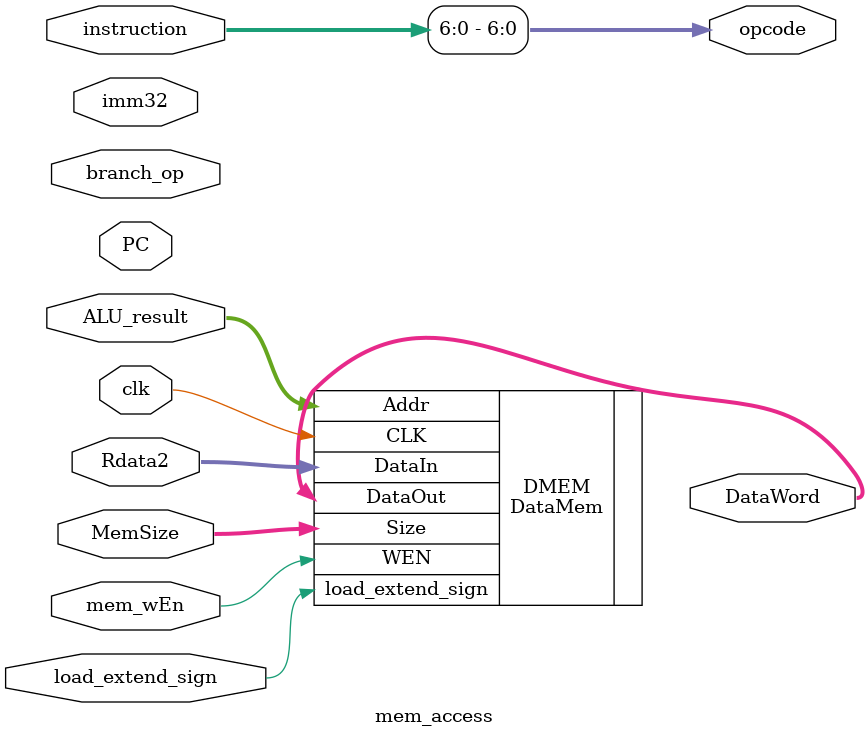
<source format=v>
module mem_access(
    // synchronous memory write 
    input clk,
    //from conrtol unit 
    input mem_wEn,          
    input load_extend_sign,  
    input branch_op,       
    input [1:0]MemSize,
    // from execution stage 
    input [31:0] instruction,
    input [31:0] PC,
    input [31:0] imm32,
    input [31:0]Rdata2,     
    input [31:0]ALU_result,  
    output [31:0]DataWord,
    output [6:0] opcode

);

assign opcode = instruction[6:0];
// data memory access
DataMem DMEM(
    .Addr(ALU_result), 
    .Size(MemSize), 
    .load_extend_sign(load_extend_sign),
    .DataIn(Rdata2), 
    .DataOut(DataWord), 
    .WEN(mem_wEn), 
    .CLK(clk)
    );

endmodule
</source>
